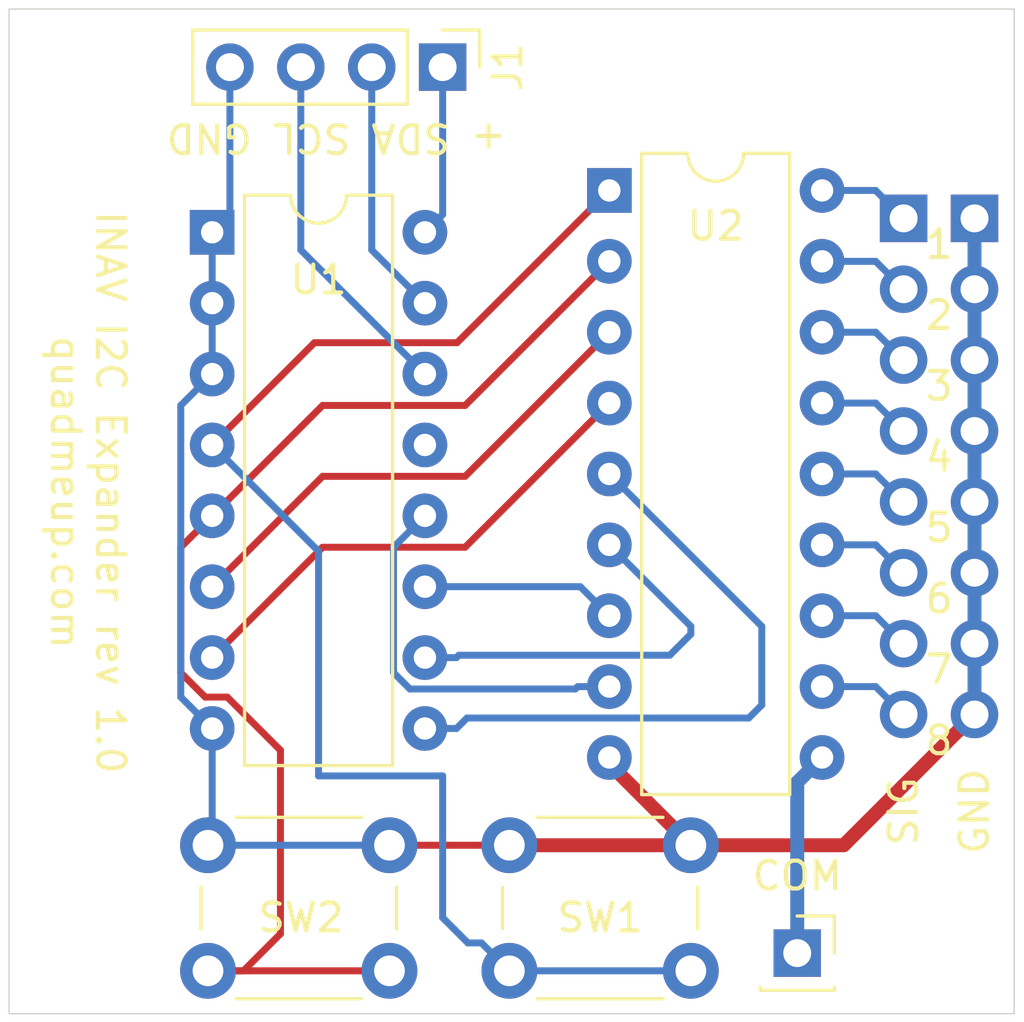
<source format=kicad_pcb>
(kicad_pcb (version 20171130) (host pcbnew "(5.1.5)-3")

  (general
    (thickness 1.6)
    (drawings 16)
    (tracks 96)
    (zones 0)
    (modules 12)
    (nets 22)
  )

  (page A4)
  (layers
    (0 F.Cu signal)
    (31 B.Cu signal)
    (32 B.Adhes user)
    (33 F.Adhes user)
    (34 B.Paste user)
    (35 F.Paste user)
    (36 B.SilkS user)
    (37 F.SilkS user)
    (38 B.Mask user)
    (39 F.Mask user)
    (40 Dwgs.User user)
    (41 Cmts.User user)
    (42 Eco1.User user)
    (43 Eco2.User user)
    (44 Edge.Cuts user)
    (45 Margin user)
    (46 B.CrtYd user)
    (47 F.CrtYd user)
    (48 B.Fab user hide)
    (49 F.Fab user hide)
  )

  (setup
    (last_trace_width 0.5)
    (user_trace_width 0.5)
    (trace_clearance 0.2)
    (zone_clearance 0.508)
    (zone_45_only no)
    (trace_min 0.2)
    (via_size 0.8)
    (via_drill 0.4)
    (via_min_size 0.4)
    (via_min_drill 0.3)
    (uvia_size 0.3)
    (uvia_drill 0.1)
    (uvias_allowed no)
    (uvia_min_size 0.2)
    (uvia_min_drill 0.1)
    (edge_width 0.05)
    (segment_width 0.2)
    (pcb_text_width 0.3)
    (pcb_text_size 1.5 1.5)
    (mod_edge_width 0.12)
    (mod_text_size 1 1)
    (mod_text_width 0.15)
    (pad_size 3.2 3.2)
    (pad_drill 3.2)
    (pad_to_mask_clearance 0.051)
    (solder_mask_min_width 0.25)
    (aux_axis_origin 0 0)
    (visible_elements 7FFFFFFF)
    (pcbplotparams
      (layerselection 0x010fc_ffffffff)
      (usegerberextensions false)
      (usegerberattributes false)
      (usegerberadvancedattributes false)
      (creategerberjobfile false)
      (excludeedgelayer true)
      (linewidth 0.100000)
      (plotframeref false)
      (viasonmask false)
      (mode 1)
      (useauxorigin false)
      (hpglpennumber 1)
      (hpglpenspeed 20)
      (hpglpendiameter 15.000000)
      (psnegative false)
      (psa4output false)
      (plotreference true)
      (plotvalue true)
      (plotinvisibletext false)
      (padsonsilk false)
      (subtractmaskfromsilk false)
      (outputformat 1)
      (mirror false)
      (drillshape 1)
      (scaleselection 1)
      (outputdirectory ""))
  )

  (net 0 "")
  (net 1 "Net-(J1-Pad4)")
  (net 2 "Net-(J1-Pad3)")
  (net 3 "Net-(J1-Pad2)")
  (net 4 "Net-(J1-Pad1)")
  (net 5 "Net-(U1-Pad7)")
  (net 6 "Net-(U1-Pad6)")
  (net 7 "Net-(U1-Pad12)")
  (net 8 "Net-(U1-Pad11)")
  (net 9 "Net-(U1-Pad10)")
  (net 10 "Net-(U1-Pad9)")
  (net 11 "Net-(J2-Pad8)")
  (net 12 "Net-(J2-Pad7)")
  (net 13 "Net-(J2-Pad6)")
  (net 14 "Net-(J2-Pad5)")
  (net 15 "Net-(J2-Pad4)")
  (net 16 "Net-(J2-Pad3)")
  (net 17 "Net-(J2-Pad2)")
  (net 18 "Net-(J2-Pad1)")
  (net 19 "Net-(SW1-Pad1)")
  (net 20 "Net-(SW2-Pad1)")
  (net 21 "Net-(J4-Pad1)")

  (net_class Default "To jest domyślna klasa połączeń."
    (clearance 0.2)
    (trace_width 0.25)
    (via_dia 0.8)
    (via_drill 0.4)
    (uvia_dia 0.3)
    (uvia_drill 0.1)
    (add_net "Net-(J1-Pad1)")
    (add_net "Net-(J1-Pad2)")
    (add_net "Net-(J1-Pad3)")
    (add_net "Net-(J1-Pad4)")
    (add_net "Net-(J2-Pad1)")
    (add_net "Net-(J2-Pad2)")
    (add_net "Net-(J2-Pad3)")
    (add_net "Net-(J2-Pad4)")
    (add_net "Net-(J2-Pad5)")
    (add_net "Net-(J2-Pad6)")
    (add_net "Net-(J2-Pad7)")
    (add_net "Net-(J2-Pad8)")
    (add_net "Net-(J4-Pad1)")
    (add_net "Net-(SW1-Pad1)")
    (add_net "Net-(SW2-Pad1)")
    (add_net "Net-(U1-Pad10)")
    (add_net "Net-(U1-Pad11)")
    (add_net "Net-(U1-Pad12)")
    (add_net "Net-(U1-Pad6)")
    (add_net "Net-(U1-Pad7)")
    (add_net "Net-(U1-Pad9)")
  )

  (module Connector_PinSocket_2.54mm:PinSocket_1x01_P2.54mm_Vertical (layer F.Cu) (tedit 5A19A434) (tstamp 5F3E83D0)
    (at 443.23 -26.67)
    (descr "Through hole straight socket strip, 1x01, 2.54mm pitch, single row (from Kicad 4.0.7), script generated")
    (tags "Through hole socket strip THT 1x01 2.54mm single row")
    (path /5F3F2E7D)
    (fp_text reference COM (at 0 -2.77) (layer F.SilkS)
      (effects (font (size 1 1) (thickness 0.15)))
    )
    (fp_text value Conn_01x01 (at 0 2.77) (layer F.Fab)
      (effects (font (size 1 1) (thickness 0.15)))
    )
    (fp_text user %R (at 0 0) (layer F.Fab)
      (effects (font (size 1 1) (thickness 0.15)))
    )
    (fp_line (start -1.8 1.75) (end -1.8 -1.8) (layer F.CrtYd) (width 0.05))
    (fp_line (start 1.75 1.75) (end -1.8 1.75) (layer F.CrtYd) (width 0.05))
    (fp_line (start 1.75 -1.8) (end 1.75 1.75) (layer F.CrtYd) (width 0.05))
    (fp_line (start -1.8 -1.8) (end 1.75 -1.8) (layer F.CrtYd) (width 0.05))
    (fp_line (start 0 -1.33) (end 1.33 -1.33) (layer F.SilkS) (width 0.12))
    (fp_line (start 1.33 -1.33) (end 1.33 0) (layer F.SilkS) (width 0.12))
    (fp_line (start 1.33 1.21) (end 1.33 1.33) (layer F.SilkS) (width 0.12))
    (fp_line (start -1.33 1.21) (end -1.33 1.33) (layer F.SilkS) (width 0.12))
    (fp_line (start -1.33 1.33) (end 1.33 1.33) (layer F.SilkS) (width 0.12))
    (fp_line (start -1.27 1.27) (end -1.27 -1.27) (layer F.Fab) (width 0.1))
    (fp_line (start 1.27 1.27) (end -1.27 1.27) (layer F.Fab) (width 0.1))
    (fp_line (start 1.27 -0.635) (end 1.27 1.27) (layer F.Fab) (width 0.1))
    (fp_line (start 0.635 -1.27) (end 1.27 -0.635) (layer F.Fab) (width 0.1))
    (fp_line (start -1.27 -1.27) (end 0.635 -1.27) (layer F.Fab) (width 0.1))
    (pad 1 thru_hole rect (at 0 0) (size 1.7 1.7) (drill 1) (layers *.Cu *.Mask)
      (net 21 "Net-(J4-Pad1)"))
    (model ${KISYS3DMOD}/Connector_PinSocket_2.54mm.3dshapes/PinSocket_1x01_P2.54mm_Vertical.wrl
      (at (xyz 0 0 0))
      (scale (xyz 1 1 1))
      (rotate (xyz 0 0 0))
    )
  )

  (module MountingHole:MountingHole_3.2mm_M3_DIN965 (layer F.Cu) (tedit 5E99EE0C) (tstamp 5E99FA93)
    (at 448.3 -27.25)
    (descr "Mounting Hole 3.2mm, no annular, M3, DIN965")
    (tags "mounting hole 3.2mm no annular m3 din965")
    (attr virtual)
    (fp_text reference REF** (at 0 -3.8) (layer F.SilkS) hide
      (effects (font (size 1 1) (thickness 0.15)))
    )
    (fp_text value MountingHole_3.2mm_M3_DIN965 (at 0 3.8) (layer F.Fab)
      (effects (font (size 1 1) (thickness 0.15)))
    )
    (fp_circle (center 0 0) (end 3.05 0) (layer F.CrtYd) (width 0.05))
    (fp_circle (center 0 0) (end 2.8 0) (layer Cmts.User) (width 0.15))
    (fp_text user %R (at 0.3 0) (layer F.Fab)
      (effects (font (size 1 1) (thickness 0.15)))
    )
    (pad "" np_thru_hole circle (at 0 0) (size 3.2 3.2) (drill 3.2) (layers *.Cu))
  )

  (module MountingHole:MountingHole_3.2mm_M3_DIN965 (layer F.Cu) (tedit 5E99EE16) (tstamp 5E99FA72)
    (at 417.8 -27.25)
    (descr "Mounting Hole 3.2mm, no annular, M3, DIN965")
    (tags "mounting hole 3.2mm no annular m3 din965")
    (attr virtual)
    (fp_text reference REF** (at 0 -3.8) (layer F.SilkS) hide
      (effects (font (size 1 1) (thickness 0.15)))
    )
    (fp_text value MountingHole_3.2mm_M3_DIN965 (at 0 3.8) (layer F.Fab)
      (effects (font (size 1 1) (thickness 0.15)))
    )
    (fp_text user %R (at 0.3 0) (layer F.Fab)
      (effects (font (size 1 1) (thickness 0.15)))
    )
    (fp_circle (center 0 0) (end 2.8 0) (layer Cmts.User) (width 0.15))
    (fp_circle (center 0 0) (end 3.05 0) (layer F.CrtYd) (width 0.05))
    (pad "" np_thru_hole circle (at 0 0) (size 3.2 3.2) (drill 3.2) (layers *.Cu))
  )

  (module MountingHole:MountingHole_3.2mm_M3_DIN965 (layer F.Cu) (tedit 5E99EE30) (tstamp 5E99FA40)
    (at 448.25 -57.75)
    (descr "Mounting Hole 3.2mm, no annular, M3, DIN965")
    (tags "mounting hole 3.2mm no annular m3 din965")
    (attr virtual)
    (fp_text reference REF** (at 0 -3.8) (layer F.SilkS) hide
      (effects (font (size 1 1) (thickness 0.15)))
    )
    (fp_text value MountingHole_3.2mm_M3_DIN965 (at 0 3.8) (layer F.Fab)
      (effects (font (size 1 1) (thickness 0.15)))
    )
    (fp_text user %R (at 0.3 0) (layer F.Fab)
      (effects (font (size 1 1) (thickness 0.15)))
    )
    (fp_circle (center 0 0) (end 2.8 0) (layer Cmts.User) (width 0.15))
    (fp_circle (center 0 0) (end 3.05 0) (layer F.CrtYd) (width 0.05))
    (pad "" np_thru_hole circle (at 0 0) (size 3.2 3.2) (drill 3.2) (layers *.Cu))
  )

  (module MountingHole:MountingHole_3.2mm_M3_DIN965 (layer F.Cu) (tedit 5E99EE1C) (tstamp 5E99FA3D)
    (at 417.75 -57.75)
    (descr "Mounting Hole 3.2mm, no annular, M3, DIN965")
    (tags "mounting hole 3.2mm no annular m3 din965")
    (attr virtual)
    (fp_text reference REF** (at 0 -3.8) (layer F.SilkS) hide
      (effects (font (size 1 1) (thickness 0.15)))
    )
    (fp_text value MountingHole_3.2mm_M3_DIN965 (at 0 3.8) (layer F.Fab)
      (effects (font (size 1 1) (thickness 0.15)))
    )
    (fp_circle (center 0 0) (end 3.05 0) (layer F.CrtYd) (width 0.05))
    (fp_circle (center 0 0) (end 2.8 0) (layer Cmts.User) (width 0.15))
    (fp_text user %R (at 0.3 0) (layer F.Fab)
      (effects (font (size 1 1) (thickness 0.15)))
    )
    (pad "" np_thru_hole circle (at 0 0) (size 3.2 3.2) (drill 3.2) (layers *.Cu))
  )

  (module Connector_PinSocket_2.54mm:PinSocket_1x08_P2.54mm_Vertical (layer F.Cu) (tedit 5E99F57E) (tstamp 5E9A0DF4)
    (at 449.58 -53)
    (descr "Through hole straight socket strip, 1x08, 2.54mm pitch, single row (from Kicad 4.0.7), script generated")
    (tags "Through hole socket strip THT 1x08 2.54mm single row")
    (path /5E9A5006)
    (fp_text reference J3 (at 0 -2.77) (layer F.SilkS) hide
      (effects (font (size 1 1) (thickness 0.15)))
    )
    (fp_text value Conn_01x08 (at 0 20.55) (layer F.Fab)
      (effects (font (size 1 1) (thickness 0.15)))
    )
    (fp_text user %R (at 0 8.89 90) (layer F.Fab)
      (effects (font (size 1 1) (thickness 0.15)))
    )
    (fp_line (start -1.8 19.55) (end -1.8 -1.8) (layer F.CrtYd) (width 0.05))
    (fp_line (start 1.75 19.55) (end -1.8 19.55) (layer F.CrtYd) (width 0.05))
    (fp_line (start 1.75 -1.8) (end 1.75 19.55) (layer F.CrtYd) (width 0.05))
    (fp_line (start -1.8 -1.8) (end 1.75 -1.8) (layer F.CrtYd) (width 0.05))
    (fp_line (start -1.27 19.05) (end -1.27 -1.27) (layer F.Fab) (width 0.1))
    (fp_line (start 1.27 19.05) (end -1.27 19.05) (layer F.Fab) (width 0.1))
    (fp_line (start 1.27 -0.635) (end 1.27 19.05) (layer F.Fab) (width 0.1))
    (fp_line (start 0.635 -1.27) (end 1.27 -0.635) (layer F.Fab) (width 0.1))
    (fp_line (start -1.27 -1.27) (end 0.635 -1.27) (layer F.Fab) (width 0.1))
    (pad 8 thru_hole oval (at 0 17.78) (size 1.7 1.7) (drill 1) (layers *.Cu *.Mask)
      (net 1 "Net-(J1-Pad4)"))
    (pad 7 thru_hole oval (at 0 15.24) (size 1.7 1.7) (drill 1) (layers *.Cu *.Mask)
      (net 1 "Net-(J1-Pad4)"))
    (pad 6 thru_hole oval (at 0 12.7) (size 1.7 1.7) (drill 1) (layers *.Cu *.Mask)
      (net 1 "Net-(J1-Pad4)"))
    (pad 5 thru_hole oval (at 0 10.16) (size 1.7 1.7) (drill 1) (layers *.Cu *.Mask)
      (net 1 "Net-(J1-Pad4)"))
    (pad 4 thru_hole oval (at 0 7.62) (size 1.7 1.7) (drill 1) (layers *.Cu *.Mask)
      (net 1 "Net-(J1-Pad4)"))
    (pad 3 thru_hole oval (at 0 5.08) (size 1.7 1.7) (drill 1) (layers *.Cu *.Mask)
      (net 1 "Net-(J1-Pad4)"))
    (pad 2 thru_hole oval (at 0 2.54) (size 1.7 1.7) (drill 1) (layers *.Cu *.Mask)
      (net 1 "Net-(J1-Pad4)"))
    (pad 1 thru_hole rect (at 0 0) (size 1.7 1.7) (drill 1) (layers *.Cu *.Mask)
      (net 1 "Net-(J1-Pad4)"))
    (model ${KISYS3DMOD}/Connector_PinSocket_2.54mm.3dshapes/PinSocket_1x08_P2.54mm_Vertical.wrl
      (at (xyz 0 0 0))
      (scale (xyz 1 1 1))
      (rotate (xyz 0 0 0))
    )
  )

  (module Connector_PinSocket_2.54mm:PinSocket_1x08_P2.54mm_Vertical (layer F.Cu) (tedit 5E99F551) (tstamp 5E9A0DD8)
    (at 447.04 -53)
    (descr "Through hole straight socket strip, 1x08, 2.54mm pitch, single row (from Kicad 4.0.7), script generated")
    (tags "Through hole socket strip THT 1x08 2.54mm single row")
    (path /5E9A2AAF)
    (fp_text reference J2 (at 0 -2.77) (layer F.SilkS) hide
      (effects (font (size 1 1) (thickness 0.15)))
    )
    (fp_text value Conn_01x08 (at 0 20.55) (layer F.Fab) hide
      (effects (font (size 1 1) (thickness 0.15)))
    )
    (fp_text user %R (at 0 8.89 90) (layer F.Fab) hide
      (effects (font (size 1 1) (thickness 0.15)))
    )
    (fp_line (start -1.8 19.55) (end -1.8 -1.8) (layer F.CrtYd) (width 0.05))
    (fp_line (start 1.75 19.55) (end -1.8 19.55) (layer F.CrtYd) (width 0.05))
    (fp_line (start 1.75 -1.8) (end 1.75 19.55) (layer F.CrtYd) (width 0.05))
    (fp_line (start -1.8 -1.8) (end 1.75 -1.8) (layer F.CrtYd) (width 0.05))
    (fp_line (start -1.27 19.05) (end -1.27 -1.27) (layer F.Fab) (width 0.1))
    (fp_line (start 1.27 19.05) (end -1.27 19.05) (layer F.Fab) (width 0.1))
    (fp_line (start 1.27 -0.635) (end 1.27 19.05) (layer F.Fab) (width 0.1))
    (fp_line (start 0.635 -1.27) (end 1.27 -0.635) (layer F.Fab) (width 0.1))
    (fp_line (start -1.27 -1.27) (end 0.635 -1.27) (layer F.Fab) (width 0.1))
    (pad 8 thru_hole oval (at 0 17.78) (size 1.7 1.7) (drill 1) (layers *.Cu *.Mask)
      (net 11 "Net-(J2-Pad8)"))
    (pad 7 thru_hole oval (at 0 15.24) (size 1.7 1.7) (drill 1) (layers *.Cu *.Mask)
      (net 12 "Net-(J2-Pad7)"))
    (pad 6 thru_hole oval (at 0 12.7) (size 1.7 1.7) (drill 1) (layers *.Cu *.Mask)
      (net 13 "Net-(J2-Pad6)"))
    (pad 5 thru_hole oval (at 0 10.16) (size 1.7 1.7) (drill 1) (layers *.Cu *.Mask)
      (net 14 "Net-(J2-Pad5)"))
    (pad 4 thru_hole oval (at 0 7.62) (size 1.7 1.7) (drill 1) (layers *.Cu *.Mask)
      (net 15 "Net-(J2-Pad4)"))
    (pad 3 thru_hole oval (at 0 5.08) (size 1.7 1.7) (drill 1) (layers *.Cu *.Mask)
      (net 16 "Net-(J2-Pad3)"))
    (pad 2 thru_hole oval (at 0 2.54) (size 1.7 1.7) (drill 1) (layers *.Cu *.Mask)
      (net 17 "Net-(J2-Pad2)"))
    (pad 1 thru_hole rect (at 0 0) (size 1.7 1.7) (drill 1) (layers *.Cu *.Mask)
      (net 18 "Net-(J2-Pad1)"))
    (model ${KISYS3DMOD}/Connector_PinSocket_2.54mm.3dshapes/PinSocket_1x08_P2.54mm_Vertical.wrl
      (at (xyz 0 0 0))
      (scale (xyz 1 1 1))
      (rotate (xyz 0 0 0))
    )
  )

  (module Package_DIP:DIP-16_W7.62mm (layer F.Cu) (tedit 5A02E8C5) (tstamp 5E98A55C)
    (at 422.275 -52.5)
    (descr "16-lead though-hole mounted DIP package, row spacing 7.62 mm (300 mils)")
    (tags "THT DIP DIL PDIP 2.54mm 7.62mm 300mil")
    (path /5E988EA0)
    (fp_text reference U1 (at 3.81 1.7) (layer F.SilkS)
      (effects (font (size 1 1) (thickness 0.15)))
    )
    (fp_text value PCF8574A (at 3.81 13.97 270) (layer F.Fab)
      (effects (font (size 1 1) (thickness 0.15)))
    )
    (fp_text user %R (at 3.81 8.89) (layer F.Fab)
      (effects (font (size 1 1) (thickness 0.15)))
    )
    (fp_line (start 8.7 -1.55) (end -1.1 -1.55) (layer F.CrtYd) (width 0.05))
    (fp_line (start 8.7 19.3) (end 8.7 -1.55) (layer F.CrtYd) (width 0.05))
    (fp_line (start -1.1 19.3) (end 8.7 19.3) (layer F.CrtYd) (width 0.05))
    (fp_line (start -1.1 -1.55) (end -1.1 19.3) (layer F.CrtYd) (width 0.05))
    (fp_line (start 6.46 -1.33) (end 4.81 -1.33) (layer F.SilkS) (width 0.12))
    (fp_line (start 6.46 19.11) (end 6.46 -1.33) (layer F.SilkS) (width 0.12))
    (fp_line (start 1.16 19.11) (end 6.46 19.11) (layer F.SilkS) (width 0.12))
    (fp_line (start 1.16 -1.33) (end 1.16 19.11) (layer F.SilkS) (width 0.12))
    (fp_line (start 2.81 -1.33) (end 1.16 -1.33) (layer F.SilkS) (width 0.12))
    (fp_line (start 0.635 -0.27) (end 1.635 -1.27) (layer F.Fab) (width 0.1))
    (fp_line (start 0.635 19.05) (end 0.635 -0.27) (layer F.Fab) (width 0.1))
    (fp_line (start 6.985 19.05) (end 0.635 19.05) (layer F.Fab) (width 0.1))
    (fp_line (start 6.985 -1.27) (end 6.985 19.05) (layer F.Fab) (width 0.1))
    (fp_line (start 1.635 -1.27) (end 6.985 -1.27) (layer F.Fab) (width 0.1))
    (fp_arc (start 3.81 -1.33) (end 2.81 -1.33) (angle -180) (layer F.SilkS) (width 0.12))
    (pad 16 thru_hole oval (at 7.62 0) (size 1.6 1.6) (drill 0.8) (layers *.Cu *.Mask)
      (net 4 "Net-(J1-Pad1)"))
    (pad 8 thru_hole oval (at 0 17.78) (size 1.6 1.6) (drill 0.8) (layers *.Cu *.Mask)
      (net 1 "Net-(J1-Pad4)"))
    (pad 15 thru_hole oval (at 7.62 2.54) (size 1.6 1.6) (drill 0.8) (layers *.Cu *.Mask)
      (net 3 "Net-(J1-Pad2)"))
    (pad 7 thru_hole oval (at 0 15.24) (size 1.6 1.6) (drill 0.8) (layers *.Cu *.Mask)
      (net 5 "Net-(U1-Pad7)"))
    (pad 14 thru_hole oval (at 7.62 5.08) (size 1.6 1.6) (drill 0.8) (layers *.Cu *.Mask)
      (net 2 "Net-(J1-Pad3)"))
    (pad 6 thru_hole oval (at 0 12.7) (size 1.6 1.6) (drill 0.8) (layers *.Cu *.Mask)
      (net 6 "Net-(U1-Pad6)"))
    (pad 13 thru_hole oval (at 7.62 7.62) (size 1.6 1.6) (drill 0.8) (layers *.Cu *.Mask))
    (pad 5 thru_hole oval (at 0 10.16) (size 1.6 1.6) (drill 0.8) (layers *.Cu *.Mask)
      (net 20 "Net-(SW2-Pad1)"))
    (pad 12 thru_hole oval (at 7.62 10.16) (size 1.6 1.6) (drill 0.8) (layers *.Cu *.Mask)
      (net 7 "Net-(U1-Pad12)"))
    (pad 4 thru_hole oval (at 0 7.62) (size 1.6 1.6) (drill 0.8) (layers *.Cu *.Mask)
      (net 19 "Net-(SW1-Pad1)"))
    (pad 11 thru_hole oval (at 7.62 12.7) (size 1.6 1.6) (drill 0.8) (layers *.Cu *.Mask)
      (net 8 "Net-(U1-Pad11)"))
    (pad 3 thru_hole oval (at 0 5.08) (size 1.6 1.6) (drill 0.8) (layers *.Cu *.Mask)
      (net 1 "Net-(J1-Pad4)"))
    (pad 10 thru_hole oval (at 7.62 15.24) (size 1.6 1.6) (drill 0.8) (layers *.Cu *.Mask)
      (net 9 "Net-(U1-Pad10)"))
    (pad 2 thru_hole oval (at 0 2.54) (size 1.6 1.6) (drill 0.8) (layers *.Cu *.Mask)
      (net 1 "Net-(J1-Pad4)"))
    (pad 9 thru_hole oval (at 7.62 17.78) (size 1.6 1.6) (drill 0.8) (layers *.Cu *.Mask)
      (net 10 "Net-(U1-Pad9)"))
    (pad 1 thru_hole rect (at 0 0) (size 1.6 1.6) (drill 0.8) (layers *.Cu *.Mask)
      (net 1 "Net-(J1-Pad4)"))
    (model ${KISYS3DMOD}/Package_DIP.3dshapes/DIP-16_W7.62mm.wrl
      (at (xyz 0 0 0))
      (scale (xyz 1 1 1))
      (rotate (xyz 0 0 0))
    )
  )

  (module Package_DIP:DIP-18_W7.62mm (layer F.Cu) (tedit 5A02E8C5) (tstamp 5E98A582)
    (at 436.5 -54)
    (descr "18-lead though-hole mounted DIP package, row spacing 7.62 mm (300 mils)")
    (tags "THT DIP DIL PDIP 2.54mm 7.62mm 300mil")
    (path /5E991F0F)
    (fp_text reference U2 (at 3.81 1.27) (layer F.SilkS)
      (effects (font (size 1 1) (thickness 0.15)))
    )
    (fp_text value ULN2803A (at 3.81 -11.43) (layer F.Fab)
      (effects (font (size 1 1) (thickness 0.15)))
    )
    (fp_text user %R (at 3.81 10.16) (layer F.Fab)
      (effects (font (size 1 1) (thickness 0.15)))
    )
    (fp_line (start 8.7 -1.55) (end -1.1 -1.55) (layer F.CrtYd) (width 0.05))
    (fp_line (start 8.7 21.85) (end 8.7 -1.55) (layer F.CrtYd) (width 0.05))
    (fp_line (start -1.1 21.85) (end 8.7 21.85) (layer F.CrtYd) (width 0.05))
    (fp_line (start -1.1 -1.55) (end -1.1 21.85) (layer F.CrtYd) (width 0.05))
    (fp_line (start 6.46 -1.33) (end 4.81 -1.33) (layer F.SilkS) (width 0.12))
    (fp_line (start 6.46 21.65) (end 6.46 -1.33) (layer F.SilkS) (width 0.12))
    (fp_line (start 1.16 21.65) (end 6.46 21.65) (layer F.SilkS) (width 0.12))
    (fp_line (start 1.16 -1.33) (end 1.16 21.65) (layer F.SilkS) (width 0.12))
    (fp_line (start 2.81 -1.33) (end 1.16 -1.33) (layer F.SilkS) (width 0.12))
    (fp_line (start 0.635 -0.27) (end 1.635 -1.27) (layer F.Fab) (width 0.1))
    (fp_line (start 0.635 21.59) (end 0.635 -0.27) (layer F.Fab) (width 0.1))
    (fp_line (start 6.985 21.59) (end 0.635 21.59) (layer F.Fab) (width 0.1))
    (fp_line (start 6.985 -1.27) (end 6.985 21.59) (layer F.Fab) (width 0.1))
    (fp_line (start 1.635 -1.27) (end 6.985 -1.27) (layer F.Fab) (width 0.1))
    (fp_arc (start 3.81 -1.33) (end 2.81 -1.33) (angle -180) (layer F.SilkS) (width 0.12))
    (pad 18 thru_hole oval (at 7.62 0) (size 1.6 1.6) (drill 0.8) (layers *.Cu *.Mask)
      (net 18 "Net-(J2-Pad1)"))
    (pad 9 thru_hole oval (at 0 20.32) (size 1.6 1.6) (drill 0.8) (layers *.Cu *.Mask)
      (net 1 "Net-(J1-Pad4)"))
    (pad 17 thru_hole oval (at 7.62 2.54) (size 1.6 1.6) (drill 0.8) (layers *.Cu *.Mask)
      (net 17 "Net-(J2-Pad2)"))
    (pad 8 thru_hole oval (at 0 17.78) (size 1.6 1.6) (drill 0.8) (layers *.Cu *.Mask)
      (net 7 "Net-(U1-Pad12)"))
    (pad 16 thru_hole oval (at 7.62 5.08) (size 1.6 1.6) (drill 0.8) (layers *.Cu *.Mask)
      (net 16 "Net-(J2-Pad3)"))
    (pad 7 thru_hole oval (at 0 15.24) (size 1.6 1.6) (drill 0.8) (layers *.Cu *.Mask)
      (net 8 "Net-(U1-Pad11)"))
    (pad 15 thru_hole oval (at 7.62 7.62) (size 1.6 1.6) (drill 0.8) (layers *.Cu *.Mask)
      (net 15 "Net-(J2-Pad4)"))
    (pad 6 thru_hole oval (at 0 12.7) (size 1.6 1.6) (drill 0.8) (layers *.Cu *.Mask)
      (net 9 "Net-(U1-Pad10)"))
    (pad 14 thru_hole oval (at 7.62 10.16) (size 1.6 1.6) (drill 0.8) (layers *.Cu *.Mask)
      (net 14 "Net-(J2-Pad5)"))
    (pad 5 thru_hole oval (at 0 10.16) (size 1.6 1.6) (drill 0.8) (layers *.Cu *.Mask)
      (net 10 "Net-(U1-Pad9)"))
    (pad 13 thru_hole oval (at 7.62 12.7) (size 1.6 1.6) (drill 0.8) (layers *.Cu *.Mask)
      (net 13 "Net-(J2-Pad6)"))
    (pad 4 thru_hole oval (at 0 7.62) (size 1.6 1.6) (drill 0.8) (layers *.Cu *.Mask)
      (net 5 "Net-(U1-Pad7)"))
    (pad 12 thru_hole oval (at 7.62 15.24) (size 1.6 1.6) (drill 0.8) (layers *.Cu *.Mask)
      (net 12 "Net-(J2-Pad7)"))
    (pad 3 thru_hole oval (at 0 5.08) (size 1.6 1.6) (drill 0.8) (layers *.Cu *.Mask)
      (net 6 "Net-(U1-Pad6)"))
    (pad 11 thru_hole oval (at 7.62 17.78) (size 1.6 1.6) (drill 0.8) (layers *.Cu *.Mask)
      (net 11 "Net-(J2-Pad8)"))
    (pad 2 thru_hole oval (at 0 2.54) (size 1.6 1.6) (drill 0.8) (layers *.Cu *.Mask)
      (net 20 "Net-(SW2-Pad1)"))
    (pad 10 thru_hole oval (at 7.62 20.32) (size 1.6 1.6) (drill 0.8) (layers *.Cu *.Mask)
      (net 21 "Net-(J4-Pad1)"))
    (pad 1 thru_hole rect (at 0 0) (size 1.6 1.6) (drill 0.8) (layers *.Cu *.Mask)
      (net 19 "Net-(SW1-Pad1)"))
    (model ${KISYS3DMOD}/Package_DIP.3dshapes/DIP-18_W7.62mm.wrl
      (at (xyz 0 0 0))
      (scale (xyz 1 1 1))
      (rotate (xyz 0 0 0))
    )
  )

  (module Connector_PinHeader_2.54mm:PinHeader_1x04_P2.54mm_Vertical (layer F.Cu) (tedit 59FED5CC) (tstamp 5E98A87A)
    (at 430.53 -58.42 270)
    (descr "Through hole straight pin header, 1x04, 2.54mm pitch, single row")
    (tags "Through hole pin header THT 1x04 2.54mm single row")
    (path /5E9A2B11)
    (fp_text reference J1 (at 0 -2.33 90) (layer F.SilkS)
      (effects (font (size 1 1) (thickness 0.15)))
    )
    (fp_text value Conn_01x04 (at 0 -7.62 180) (layer F.Fab)
      (effects (font (size 1 1) (thickness 0.15)))
    )
    (fp_text user %R (at 0 3.81) (layer F.Fab)
      (effects (font (size 1 1) (thickness 0.15)))
    )
    (fp_line (start 1.8 -1.8) (end -1.8 -1.8) (layer F.CrtYd) (width 0.05))
    (fp_line (start 1.8 9.4) (end 1.8 -1.8) (layer F.CrtYd) (width 0.05))
    (fp_line (start -1.8 9.4) (end 1.8 9.4) (layer F.CrtYd) (width 0.05))
    (fp_line (start -1.8 -1.8) (end -1.8 9.4) (layer F.CrtYd) (width 0.05))
    (fp_line (start -1.33 -1.33) (end 0 -1.33) (layer F.SilkS) (width 0.12))
    (fp_line (start -1.33 0) (end -1.33 -1.33) (layer F.SilkS) (width 0.12))
    (fp_line (start -1.33 1.27) (end 1.33 1.27) (layer F.SilkS) (width 0.12))
    (fp_line (start 1.33 1.27) (end 1.33 8.95) (layer F.SilkS) (width 0.12))
    (fp_line (start -1.33 1.27) (end -1.33 8.95) (layer F.SilkS) (width 0.12))
    (fp_line (start -1.33 8.95) (end 1.33 8.95) (layer F.SilkS) (width 0.12))
    (fp_line (start -1.27 -0.635) (end -0.635 -1.27) (layer F.Fab) (width 0.1))
    (fp_line (start -1.27 8.89) (end -1.27 -0.635) (layer F.Fab) (width 0.1))
    (fp_line (start 1.27 8.89) (end -1.27 8.89) (layer F.Fab) (width 0.1))
    (fp_line (start 1.27 -1.27) (end 1.27 8.89) (layer F.Fab) (width 0.1))
    (fp_line (start -0.635 -1.27) (end 1.27 -1.27) (layer F.Fab) (width 0.1))
    (pad 4 thru_hole oval (at 0 7.62 270) (size 1.7 1.7) (drill 1) (layers *.Cu *.Mask)
      (net 1 "Net-(J1-Pad4)"))
    (pad 3 thru_hole oval (at 0 5.08 270) (size 1.7 1.7) (drill 1) (layers *.Cu *.Mask)
      (net 2 "Net-(J1-Pad3)"))
    (pad 2 thru_hole oval (at 0 2.54 270) (size 1.7 1.7) (drill 1) (layers *.Cu *.Mask)
      (net 3 "Net-(J1-Pad2)"))
    (pad 1 thru_hole rect (at 0 0 270) (size 1.7 1.7) (drill 1) (layers *.Cu *.Mask)
      (net 4 "Net-(J1-Pad1)"))
    (model ${KISYS3DMOD}/Connector_PinHeader_2.54mm.3dshapes/PinHeader_1x04_P2.54mm_Vertical.wrl
      (at (xyz 0 0 0))
      (scale (xyz 1 1 1))
      (rotate (xyz 0 0 0))
    )
  )

  (module Button_Switch_THT:SW_PUSH_6mm_H5mm (layer F.Cu) (tedit 5A02FE31) (tstamp 5E9A2148)
    (at 439.42 -26.035 180)
    (descr "tactile push button, 6x6mm e.g. PHAP33xx series, height=5mm")
    (tags "tact sw push 6mm")
    (path /5E9AB3C5)
    (fp_text reference SW1 (at 3.25 1.905) (layer F.SilkS)
      (effects (font (size 1 1) (thickness 0.15)))
    )
    (fp_text value SW_Push (at 3.75 6.7) (layer F.Fab)
      (effects (font (size 1 1) (thickness 0.15)))
    )
    (fp_circle (center 3.25 2.25) (end 1.25 2.5) (layer F.Fab) (width 0.1))
    (fp_line (start 6.75 3) (end 6.75 1.5) (layer F.SilkS) (width 0.12))
    (fp_line (start 5.5 -1) (end 1 -1) (layer F.SilkS) (width 0.12))
    (fp_line (start -0.25 1.5) (end -0.25 3) (layer F.SilkS) (width 0.12))
    (fp_line (start 1 5.5) (end 5.5 5.5) (layer F.SilkS) (width 0.12))
    (fp_line (start 8 -1.25) (end 8 5.75) (layer F.CrtYd) (width 0.05))
    (fp_line (start 7.75 6) (end -1.25 6) (layer F.CrtYd) (width 0.05))
    (fp_line (start -1.5 5.75) (end -1.5 -1.25) (layer F.CrtYd) (width 0.05))
    (fp_line (start -1.25 -1.5) (end 7.75 -1.5) (layer F.CrtYd) (width 0.05))
    (fp_line (start -1.5 6) (end -1.25 6) (layer F.CrtYd) (width 0.05))
    (fp_line (start -1.5 5.75) (end -1.5 6) (layer F.CrtYd) (width 0.05))
    (fp_line (start -1.5 -1.5) (end -1.25 -1.5) (layer F.CrtYd) (width 0.05))
    (fp_line (start -1.5 -1.25) (end -1.5 -1.5) (layer F.CrtYd) (width 0.05))
    (fp_line (start 8 -1.5) (end 8 -1.25) (layer F.CrtYd) (width 0.05))
    (fp_line (start 7.75 -1.5) (end 8 -1.5) (layer F.CrtYd) (width 0.05))
    (fp_line (start 8 6) (end 8 5.75) (layer F.CrtYd) (width 0.05))
    (fp_line (start 7.75 6) (end 8 6) (layer F.CrtYd) (width 0.05))
    (fp_line (start 0.25 -0.75) (end 3.25 -0.75) (layer F.Fab) (width 0.1))
    (fp_line (start 0.25 5.25) (end 0.25 -0.75) (layer F.Fab) (width 0.1))
    (fp_line (start 6.25 5.25) (end 0.25 5.25) (layer F.Fab) (width 0.1))
    (fp_line (start 6.25 -0.75) (end 6.25 5.25) (layer F.Fab) (width 0.1))
    (fp_line (start 3.25 -0.75) (end 6.25 -0.75) (layer F.Fab) (width 0.1))
    (fp_text user %R (at 3.25 2.25) (layer F.Fab)
      (effects (font (size 1 1) (thickness 0.15)))
    )
    (pad 1 thru_hole circle (at 6.5 0 270) (size 2 2) (drill 1.1) (layers *.Cu *.Mask)
      (net 19 "Net-(SW1-Pad1)"))
    (pad 2 thru_hole circle (at 6.5 4.5 270) (size 2 2) (drill 1.1) (layers *.Cu *.Mask)
      (net 1 "Net-(J1-Pad4)"))
    (pad 1 thru_hole circle (at 0 0 270) (size 2 2) (drill 1.1) (layers *.Cu *.Mask)
      (net 19 "Net-(SW1-Pad1)"))
    (pad 2 thru_hole circle (at 0 4.5 270) (size 2 2) (drill 1.1) (layers *.Cu *.Mask)
      (net 1 "Net-(J1-Pad4)"))
    (model ${KISYS3DMOD}/Button_Switch_THT.3dshapes/SW_PUSH_6mm_H5mm.wrl
      (at (xyz 0 0 0))
      (scale (xyz 1 1 1))
      (rotate (xyz 0 0 0))
    )
  )

  (module Button_Switch_THT:SW_PUSH_6mm_H5mm (layer F.Cu) (tedit 5A02FE31) (tstamp 5E9A2167)
    (at 428.625 -26.035 180)
    (descr "tactile push button, 6x6mm e.g. PHAP33xx series, height=5mm")
    (tags "tact sw push 6mm")
    (path /5E9AEC69)
    (fp_text reference SW2 (at 3.175 1.905) (layer F.SilkS)
      (effects (font (size 1 1) (thickness 0.15)))
    )
    (fp_text value SW_Push (at 3.75 6.7) (layer F.Fab)
      (effects (font (size 1 1) (thickness 0.15)))
    )
    (fp_circle (center 3.25 2.25) (end 1.25 2.5) (layer F.Fab) (width 0.1))
    (fp_line (start 6.75 3) (end 6.75 1.5) (layer F.SilkS) (width 0.12))
    (fp_line (start 5.5 -1) (end 1 -1) (layer F.SilkS) (width 0.12))
    (fp_line (start -0.25 1.5) (end -0.25 3) (layer F.SilkS) (width 0.12))
    (fp_line (start 1 5.5) (end 5.5 5.5) (layer F.SilkS) (width 0.12))
    (fp_line (start 8 -1.25) (end 8 5.75) (layer F.CrtYd) (width 0.05))
    (fp_line (start 7.75 6) (end -1.25 6) (layer F.CrtYd) (width 0.05))
    (fp_line (start -1.5 5.75) (end -1.5 -1.25) (layer F.CrtYd) (width 0.05))
    (fp_line (start -1.25 -1.5) (end 7.75 -1.5) (layer F.CrtYd) (width 0.05))
    (fp_line (start -1.5 6) (end -1.25 6) (layer F.CrtYd) (width 0.05))
    (fp_line (start -1.5 5.75) (end -1.5 6) (layer F.CrtYd) (width 0.05))
    (fp_line (start -1.5 -1.5) (end -1.25 -1.5) (layer F.CrtYd) (width 0.05))
    (fp_line (start -1.5 -1.25) (end -1.5 -1.5) (layer F.CrtYd) (width 0.05))
    (fp_line (start 8 -1.5) (end 8 -1.25) (layer F.CrtYd) (width 0.05))
    (fp_line (start 7.75 -1.5) (end 8 -1.5) (layer F.CrtYd) (width 0.05))
    (fp_line (start 8 6) (end 8 5.75) (layer F.CrtYd) (width 0.05))
    (fp_line (start 7.75 6) (end 8 6) (layer F.CrtYd) (width 0.05))
    (fp_line (start 0.25 -0.75) (end 3.25 -0.75) (layer F.Fab) (width 0.1))
    (fp_line (start 0.25 5.25) (end 0.25 -0.75) (layer F.Fab) (width 0.1))
    (fp_line (start 6.25 5.25) (end 0.25 5.25) (layer F.Fab) (width 0.1))
    (fp_line (start 6.25 -0.75) (end 6.25 5.25) (layer F.Fab) (width 0.1))
    (fp_line (start 3.25 -0.75) (end 6.25 -0.75) (layer F.Fab) (width 0.1))
    (fp_text user %R (at 3.25 2.25) (layer F.Fab)
      (effects (font (size 1 1) (thickness 0.15)))
    )
    (pad 1 thru_hole circle (at 6.5 0 270) (size 2 2) (drill 1.1) (layers *.Cu *.Mask)
      (net 20 "Net-(SW2-Pad1)"))
    (pad 2 thru_hole circle (at 6.5 4.5 270) (size 2 2) (drill 1.1) (layers *.Cu *.Mask)
      (net 1 "Net-(J1-Pad4)"))
    (pad 1 thru_hole circle (at 0 0 270) (size 2 2) (drill 1.1) (layers *.Cu *.Mask)
      (net 20 "Net-(SW2-Pad1)"))
    (pad 2 thru_hole circle (at 0 4.5 270) (size 2 2) (drill 1.1) (layers *.Cu *.Mask)
      (net 1 "Net-(J1-Pad4)"))
    (model ${KISYS3DMOD}/Button_Switch_THT.3dshapes/SW_PUSH_6mm_H5mm.wrl
      (at (xyz 0 0 0))
      (scale (xyz 1 1 1))
      (rotate (xyz 0 0 0))
    )
  )

  (gr_text "INAV I2C Expander rev 1.0\nquadmeup.com" (at 417.83 -43.18 270) (layer F.SilkS)
    (effects (font (size 1 1) (thickness 0.15)))
  )
  (gr_text SIG (at 447.04 -31.75 90) (layer F.SilkS)
    (effects (font (size 1 1) (thickness 0.15)))
  )
  (gr_text GND (at 449.58 -31.75 90) (layer F.SilkS)
    (effects (font (size 1 1) (thickness 0.15)))
  )
  (gr_text 8 (at 448.31 -34.29) (layer F.SilkS)
    (effects (font (size 1 1) (thickness 0.15)))
  )
  (gr_text 7 (at 448.31 -36.83) (layer F.SilkS)
    (effects (font (size 1 1) (thickness 0.15)))
  )
  (gr_text 6 (at 448.31 -39.37) (layer F.SilkS)
    (effects (font (size 1 1) (thickness 0.15)))
  )
  (gr_text 5 (at 448.31 -41.91) (layer F.SilkS)
    (effects (font (size 1 1) (thickness 0.15)))
  )
  (gr_text 4 (at 448.31 -44.45) (layer F.SilkS)
    (effects (font (size 1 1) (thickness 0.15)))
  )
  (gr_text 3 (at 448.31 -46.99) (layer F.SilkS)
    (effects (font (size 1 1) (thickness 0.15)))
  )
  (gr_text 2 (at 448.31 -49.53) (layer F.SilkS)
    (effects (font (size 1 1) (thickness 0.15)))
  )
  (gr_text 1 (at 448.31 -52.07) (layer F.SilkS)
    (effects (font (size 1 1) (thickness 0.15)))
  )
  (gr_text "+ SDA SCL GND" (at 426.72 -55.88 180) (layer F.SilkS)
    (effects (font (size 1 1) (thickness 0.15)))
  )
  (gr_line (start 415 -24.5) (end 415 -60.5) (layer Edge.Cuts) (width 0.05) (tstamp 5E99F0E8))
  (gr_line (start 451 -24.5) (end 415 -24.5) (layer Edge.Cuts) (width 0.05))
  (gr_line (start 451 -60.5) (end 451 -24.5) (layer Edge.Cuts) (width 0.05))
  (gr_line (start 415 -60.5) (end 451 -60.5) (layer Edge.Cuts) (width 0.05))

  (segment (start 422.91 -53.135) (end 422.275 -52.5) (width 0.25) (layer B.Cu) (net 1))
  (segment (start 422.91 -58.42) (end 422.91 -53.135) (width 0.25) (layer B.Cu) (net 1))
  (segment (start 422.275 -52.5) (end 422.275 -47.42) (width 0.25) (layer B.Cu) (net 1))
  (segment (start 421.149999 -35.845001) (end 421.475001 -35.519999) (width 0.25) (layer B.Cu) (net 1))
  (segment (start 421.149999 -46.294999) (end 421.149999 -35.845001) (width 0.25) (layer B.Cu) (net 1))
  (segment (start 421.475001 -35.519999) (end 422.275 -34.72) (width 0.25) (layer B.Cu) (net 1))
  (segment (start 422.275 -47.42) (end 421.149999 -46.294999) (width 0.25) (layer B.Cu) (net 1))
  (segment (start 449.58 -35.22) (end 449.58 -53) (width 0.5) (layer B.Cu) (net 1))
  (segment (start 422.275 -30.685) (end 422.125 -30.535) (width 0.25) (layer B.Cu) (net 1))
  (segment (start 422.275 -34.72) (end 422.275 -30.685) (width 0.25) (layer B.Cu) (net 1))
  (segment (start 422.125 -30.535) (end 428.625 -30.535) (width 0.25) (layer B.Cu) (net 1))
  (segment (start 428.625 -30.535) (end 432.92 -30.535) (width 0.25) (layer F.Cu) (net 1))
  (segment (start 444.895 -30.535) (end 439.42 -30.535) (width 0.5) (layer F.Cu) (net 1))
  (segment (start 449.58 -35.22) (end 444.895 -30.535) (width 0.5) (layer F.Cu) (net 1))
  (segment (start 439.42 -30.535) (end 432.92 -30.535) (width 0.5) (layer F.Cu) (net 1))
  (segment (start 436.5 -33.455) (end 439.42 -30.535) (width 0.5) (layer F.Cu) (net 1))
  (segment (start 436.5 -33.68) (end 436.5 -33.455) (width 0.5) (layer F.Cu) (net 1))
  (segment (start 425.45 -51.865) (end 429.895 -47.42) (width 0.25) (layer B.Cu) (net 2))
  (segment (start 425.45 -58.42) (end 425.45 -51.865) (width 0.25) (layer B.Cu) (net 2))
  (segment (start 427.99 -51.865) (end 429.895 -49.96) (width 0.25) (layer B.Cu) (net 3))
  (segment (start 427.99 -58.42) (end 427.99 -51.865) (width 0.25) (layer B.Cu) (net 3))
  (segment (start 430.53 -53.135) (end 429.895 -52.5) (width 0.25) (layer B.Cu) (net 4))
  (segment (start 430.53 -58.42) (end 430.53 -53.135) (width 0.25) (layer B.Cu) (net 4))
  (segment (start 435.700001 -45.580001) (end 436.5 -46.38) (width 0.25) (layer F.Cu) (net 5))
  (segment (start 431.334999 -41.214999) (end 435.700001 -45.580001) (width 0.25) (layer F.Cu) (net 5))
  (segment (start 426.229999 -41.214999) (end 431.334999 -41.214999) (width 0.25) (layer F.Cu) (net 5))
  (segment (start 422.275 -37.26) (end 426.229999 -41.214999) (width 0.25) (layer F.Cu) (net 5))
  (segment (start 435.700001 -48.120001) (end 436.5 -48.92) (width 0.25) (layer F.Cu) (net 6))
  (segment (start 431.334999 -43.754999) (end 435.700001 -48.120001) (width 0.25) (layer F.Cu) (net 6))
  (segment (start 426.229999 -43.754999) (end 431.334999 -43.754999) (width 0.25) (layer F.Cu) (net 6))
  (segment (start 422.275 -39.8) (end 426.229999 -43.754999) (width 0.25) (layer F.Cu) (net 6))
  (segment (start 435.36863 -36.22) (end 436.5 -36.22) (width 0.25) (layer B.Cu) (net 7))
  (segment (start 429.354999 -36.134999) (end 435.283629 -36.134999) (width 0.25) (layer B.Cu) (net 7))
  (segment (start 428.769999 -36.719999) (end 429.354999 -36.134999) (width 0.25) (layer B.Cu) (net 7))
  (segment (start 428.769999 -41.214999) (end 428.769999 -36.719999) (width 0.25) (layer B.Cu) (net 7))
  (segment (start 435.283629 -36.134999) (end 435.36863 -36.22) (width 0.25) (layer B.Cu) (net 7))
  (segment (start 429.895 -42.34) (end 428.769999 -41.214999) (width 0.25) (layer B.Cu) (net 7))
  (segment (start 435.46 -39.8) (end 436.5 -38.76) (width 0.25) (layer B.Cu) (net 8))
  (segment (start 429.895 -39.8) (end 435.46 -39.8) (width 0.25) (layer B.Cu) (net 8))
  (segment (start 431.111371 -37.345001) (end 438.665001 -37.345001) (width 0.25) (layer B.Cu) (net 9))
  (segment (start 429.895 -37.26) (end 431.02637 -37.26) (width 0.25) (layer B.Cu) (net 9))
  (segment (start 431.02637 -37.26) (end 431.111371 -37.345001) (width 0.25) (layer B.Cu) (net 9))
  (segment (start 438.665001 -37.345001) (end 439.42 -38.1) (width 0.25) (layer B.Cu) (net 9))
  (segment (start 439.42 -38.1) (end 439.42 -38.38) (width 0.25) (layer B.Cu) (net 9))
  (segment (start 439.42 -38.38) (end 436.5 -41.3) (width 0.25) (layer B.Cu) (net 9))
  (segment (start 431.401369 -35.094999) (end 441.494999 -35.094999) (width 0.25) (layer B.Cu) (net 10))
  (segment (start 429.895 -34.72) (end 431.02637 -34.72) (width 0.25) (layer B.Cu) (net 10))
  (segment (start 431.02637 -34.72) (end 431.401369 -35.094999) (width 0.25) (layer B.Cu) (net 10))
  (segment (start 441.494999 -35.094999) (end 441.96 -35.56) (width 0.25) (layer B.Cu) (net 10))
  (segment (start 441.96 -35.56) (end 441.96 -38.38) (width 0.25) (layer B.Cu) (net 10))
  (segment (start 441.96 -38.38) (end 436.5 -43.84) (width 0.25) (layer B.Cu) (net 10))
  (segment (start 446.04 -36.22) (end 447.04 -35.22) (width 0.25) (layer B.Cu) (net 11))
  (segment (start 444.12 -36.22) (end 446.04 -36.22) (width 0.25) (layer B.Cu) (net 11))
  (segment (start 446.04 -38.76) (end 447.04 -37.76) (width 0.25) (layer B.Cu) (net 12))
  (segment (start 444.12 -38.76) (end 446.04 -38.76) (width 0.25) (layer B.Cu) (net 12))
  (segment (start 446.04 -41.3) (end 447.04 -40.3) (width 0.25) (layer B.Cu) (net 13))
  (segment (start 444.12 -41.3) (end 446.04 -41.3) (width 0.25) (layer B.Cu) (net 13))
  (segment (start 446.04 -43.84) (end 447.04 -42.84) (width 0.25) (layer B.Cu) (net 14))
  (segment (start 444.12 -43.84) (end 446.04 -43.84) (width 0.25) (layer B.Cu) (net 14))
  (segment (start 446.04 -46.38) (end 447.04 -45.38) (width 0.25) (layer B.Cu) (net 15))
  (segment (start 444.12 -46.38) (end 446.04 -46.38) (width 0.25) (layer B.Cu) (net 15))
  (segment (start 446.04 -48.92) (end 447.04 -47.92) (width 0.25) (layer B.Cu) (net 16))
  (segment (start 444.12 -48.92) (end 446.04 -48.92) (width 0.25) (layer B.Cu) (net 16))
  (segment (start 446.04 -51.46) (end 447.04 -50.46) (width 0.25) (layer B.Cu) (net 17))
  (segment (start 444.12 -51.46) (end 446.04 -51.46) (width 0.25) (layer B.Cu) (net 17))
  (segment (start 446.04 -54) (end 447.04 -53) (width 0.25) (layer B.Cu) (net 18))
  (segment (start 444.12 -54) (end 446.04 -54) (width 0.25) (layer B.Cu) (net 18))
  (segment (start 431.045001 -48.545001) (end 436.5 -54) (width 0.25) (layer F.Cu) (net 19))
  (segment (start 425.940001 -48.545001) (end 431.045001 -48.545001) (width 0.25) (layer F.Cu) (net 19))
  (segment (start 422.275 -44.88) (end 425.940001 -48.545001) (width 0.25) (layer F.Cu) (net 19))
  (segment (start 426.085 -41.07) (end 426.085 -36.864998) (width 0.25) (layer B.Cu) (net 19))
  (segment (start 422.275 -44.88) (end 426.085 -41.07) (width 0.25) (layer B.Cu) (net 19))
  (segment (start 431.920001 -27.034999) (end 431.435001 -27.034999) (width 0.25) (layer B.Cu) (net 19))
  (segment (start 432.92 -26.035) (end 431.920001 -27.034999) (width 0.25) (layer B.Cu) (net 19))
  (segment (start 431.435001 -27.034999) (end 430.53 -27.94) (width 0.25) (layer B.Cu) (net 19))
  (segment (start 430.53 -27.94) (end 430.53 -30.591002) (width 0.25) (layer B.Cu) (net 19))
  (segment (start 430.53 -30.591002) (end 430.53 -33.02) (width 0.25) (layer B.Cu) (net 19))
  (segment (start 430.53 -33.02) (end 426.085 -33.02) (width 0.25) (layer B.Cu) (net 19))
  (segment (start 426.085 -33.02) (end 426.085 -36.83) (width 0.25) (layer B.Cu) (net 19))
  (segment (start 432.92 -26.035) (end 439.42 -26.035) (width 0.25) (layer B.Cu) (net 19))
  (segment (start 435.700001 -50.660001) (end 436.5 -51.46) (width 0.25) (layer F.Cu) (net 20))
  (segment (start 431.334999 -46.294999) (end 435.700001 -50.660001) (width 0.25) (layer F.Cu) (net 20))
  (segment (start 426.229999 -46.294999) (end 431.334999 -46.294999) (width 0.25) (layer F.Cu) (net 20))
  (segment (start 422.275 -42.34) (end 426.229999 -46.294999) (width 0.25) (layer F.Cu) (net 20))
  (segment (start 421.149999 -41.214999) (end 421.475001 -41.540001) (width 0.25) (layer F.Cu) (net 20))
  (segment (start 421.475001 -41.540001) (end 422.275 -42.34) (width 0.25) (layer F.Cu) (net 20))
  (segment (start 421.149999 -36.719999) (end 421.149999 -41.214999) (width 0.25) (layer F.Cu) (net 20))
  (segment (start 422.024997 -35.845001) (end 421.149999 -36.719999) (width 0.25) (layer F.Cu) (net 20))
  (segment (start 422.815001 -35.845001) (end 422.024997 -35.845001) (width 0.25) (layer F.Cu) (net 20))
  (segment (start 424.720001 -33.940001) (end 422.815001 -35.845001) (width 0.25) (layer F.Cu) (net 20))
  (segment (start 424.720001 -27.360001) (end 424.720001 -33.940001) (width 0.25) (layer F.Cu) (net 20))
  (segment (start 423.395 -26.035) (end 424.720001 -27.360001) (width 0.25) (layer F.Cu) (net 20))
  (segment (start 423.395 -26.035) (end 422.125 -26.035) (width 0.25) (layer F.Cu) (net 20))
  (segment (start 428.625 -26.035) (end 422.125 -26.035) (width 0.25) (layer F.Cu) (net 20))
  (segment (start 443.23 -32.79) (end 444.12 -33.68) (width 0.5) (layer B.Cu) (net 21))
  (segment (start 443.23 -26.67) (end 443.23 -32.79) (width 0.5) (layer B.Cu) (net 21))

)

</source>
